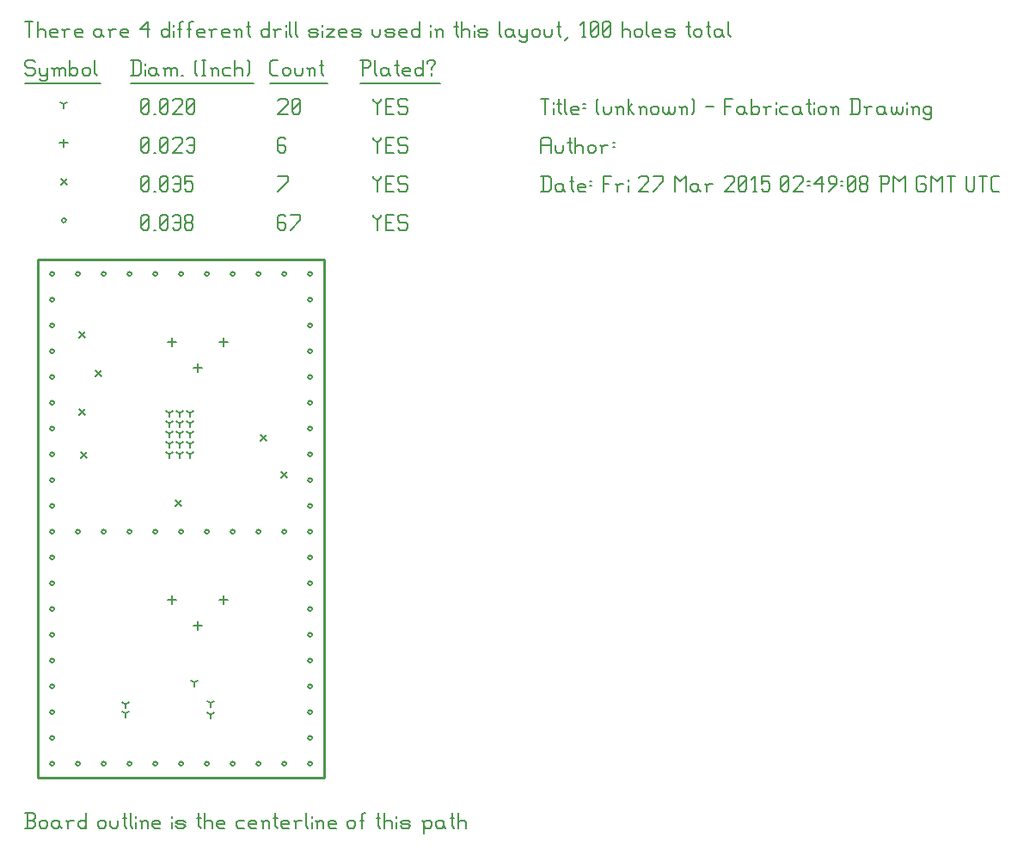
<source format=gbr>
G04 start of page 12 for group -3984 idx -3984 *
G04 Title: (unknown), fab *
G04 Creator: pcb 20140316 *
G04 CreationDate: Fri 27 Mar 2015 02:49:08 PM GMT UTC *
G04 For: fosse *
G04 Format: Gerber/RS-274X *
G04 PCB-Dimensions (mil): 1250.00 2150.00 *
G04 PCB-Coordinate-Origin: lower left *
%MOIN*%
%FSLAX25Y25*%
%LNFAB*%
%ADD88C,0.0100*%
%ADD87C,0.0060*%
%ADD86R,0.0080X0.0080*%
G54D86*X9700Y205500D02*G75*G03X11300Y205500I800J0D01*G01*
G75*G03X9700Y205500I-800J0D01*G01*
Y195500D02*G75*G03X11300Y195500I800J0D01*G01*
G75*G03X9700Y195500I-800J0D01*G01*
Y185500D02*G75*G03X11300Y185500I800J0D01*G01*
G75*G03X9700Y185500I-800J0D01*G01*
Y175500D02*G75*G03X11300Y175500I800J0D01*G01*
G75*G03X9700Y175500I-800J0D01*G01*
Y165500D02*G75*G03X11300Y165500I800J0D01*G01*
G75*G03X9700Y165500I-800J0D01*G01*
Y155500D02*G75*G03X11300Y155500I800J0D01*G01*
G75*G03X9700Y155500I-800J0D01*G01*
Y145500D02*G75*G03X11300Y145500I800J0D01*G01*
G75*G03X9700Y145500I-800J0D01*G01*
Y135500D02*G75*G03X11300Y135500I800J0D01*G01*
G75*G03X9700Y135500I-800J0D01*G01*
Y125500D02*G75*G03X11300Y125500I800J0D01*G01*
G75*G03X9700Y125500I-800J0D01*G01*
Y115500D02*G75*G03X11300Y115500I800J0D01*G01*
G75*G03X9700Y115500I-800J0D01*G01*
Y105500D02*G75*G03X11300Y105500I800J0D01*G01*
G75*G03X9700Y105500I-800J0D01*G01*
Y95500D02*G75*G03X11300Y95500I800J0D01*G01*
G75*G03X9700Y95500I-800J0D01*G01*
Y85500D02*G75*G03X11300Y85500I800J0D01*G01*
G75*G03X9700Y85500I-800J0D01*G01*
Y75500D02*G75*G03X11300Y75500I800J0D01*G01*
G75*G03X9700Y75500I-800J0D01*G01*
Y65500D02*G75*G03X11300Y65500I800J0D01*G01*
G75*G03X9700Y65500I-800J0D01*G01*
Y55500D02*G75*G03X11300Y55500I800J0D01*G01*
G75*G03X9700Y55500I-800J0D01*G01*
Y45500D02*G75*G03X11300Y45500I800J0D01*G01*
G75*G03X9700Y45500I-800J0D01*G01*
Y35500D02*G75*G03X11300Y35500I800J0D01*G01*
G75*G03X9700Y35500I-800J0D01*G01*
Y25500D02*G75*G03X11300Y25500I800J0D01*G01*
G75*G03X9700Y25500I-800J0D01*G01*
Y15500D02*G75*G03X11300Y15500I800J0D01*G01*
G75*G03X9700Y15500I-800J0D01*G01*
X109700Y205500D02*G75*G03X111300Y205500I800J0D01*G01*
G75*G03X109700Y205500I-800J0D01*G01*
Y195500D02*G75*G03X111300Y195500I800J0D01*G01*
G75*G03X109700Y195500I-800J0D01*G01*
Y185500D02*G75*G03X111300Y185500I800J0D01*G01*
G75*G03X109700Y185500I-800J0D01*G01*
Y175500D02*G75*G03X111300Y175500I800J0D01*G01*
G75*G03X109700Y175500I-800J0D01*G01*
Y165500D02*G75*G03X111300Y165500I800J0D01*G01*
G75*G03X109700Y165500I-800J0D01*G01*
Y155500D02*G75*G03X111300Y155500I800J0D01*G01*
G75*G03X109700Y155500I-800J0D01*G01*
Y145500D02*G75*G03X111300Y145500I800J0D01*G01*
G75*G03X109700Y145500I-800J0D01*G01*
Y135500D02*G75*G03X111300Y135500I800J0D01*G01*
G75*G03X109700Y135500I-800J0D01*G01*
Y125500D02*G75*G03X111300Y125500I800J0D01*G01*
G75*G03X109700Y125500I-800J0D01*G01*
Y115500D02*G75*G03X111300Y115500I800J0D01*G01*
G75*G03X109700Y115500I-800J0D01*G01*
Y105500D02*G75*G03X111300Y105500I800J0D01*G01*
G75*G03X109700Y105500I-800J0D01*G01*
Y95500D02*G75*G03X111300Y95500I800J0D01*G01*
G75*G03X109700Y95500I-800J0D01*G01*
Y85500D02*G75*G03X111300Y85500I800J0D01*G01*
G75*G03X109700Y85500I-800J0D01*G01*
Y75500D02*G75*G03X111300Y75500I800J0D01*G01*
G75*G03X109700Y75500I-800J0D01*G01*
Y65500D02*G75*G03X111300Y65500I800J0D01*G01*
G75*G03X109700Y65500I-800J0D01*G01*
Y55500D02*G75*G03X111300Y55500I800J0D01*G01*
G75*G03X109700Y55500I-800J0D01*G01*
Y45500D02*G75*G03X111300Y45500I800J0D01*G01*
G75*G03X109700Y45500I-800J0D01*G01*
Y35500D02*G75*G03X111300Y35500I800J0D01*G01*
G75*G03X109700Y35500I-800J0D01*G01*
Y25500D02*G75*G03X111300Y25500I800J0D01*G01*
G75*G03X109700Y25500I-800J0D01*G01*
Y15500D02*G75*G03X111300Y15500I800J0D01*G01*
G75*G03X109700Y15500I-800J0D01*G01*
X19700D02*G75*G03X21300Y15500I800J0D01*G01*
G75*G03X19700Y15500I-800J0D01*G01*
X29700D02*G75*G03X31300Y15500I800J0D01*G01*
G75*G03X29700Y15500I-800J0D01*G01*
X39700D02*G75*G03X41300Y15500I800J0D01*G01*
G75*G03X39700Y15500I-800J0D01*G01*
X49700D02*G75*G03X51300Y15500I800J0D01*G01*
G75*G03X49700Y15500I-800J0D01*G01*
X59700D02*G75*G03X61300Y15500I800J0D01*G01*
G75*G03X59700Y15500I-800J0D01*G01*
X69700D02*G75*G03X71300Y15500I800J0D01*G01*
G75*G03X69700Y15500I-800J0D01*G01*
X79700D02*G75*G03X81300Y15500I800J0D01*G01*
G75*G03X79700Y15500I-800J0D01*G01*
X89700D02*G75*G03X91300Y15500I800J0D01*G01*
G75*G03X89700Y15500I-800J0D01*G01*
X99700D02*G75*G03X101300Y15500I800J0D01*G01*
G75*G03X99700Y15500I-800J0D01*G01*
X19700Y105500D02*G75*G03X21300Y105500I800J0D01*G01*
G75*G03X19700Y105500I-800J0D01*G01*
X29700D02*G75*G03X31300Y105500I800J0D01*G01*
G75*G03X29700Y105500I-800J0D01*G01*
X39700D02*G75*G03X41300Y105500I800J0D01*G01*
G75*G03X39700Y105500I-800J0D01*G01*
X49700D02*G75*G03X51300Y105500I800J0D01*G01*
G75*G03X49700Y105500I-800J0D01*G01*
X59700D02*G75*G03X61300Y105500I800J0D01*G01*
G75*G03X59700Y105500I-800J0D01*G01*
X69700D02*G75*G03X71300Y105500I800J0D01*G01*
G75*G03X69700Y105500I-800J0D01*G01*
X79700D02*G75*G03X81300Y105500I800J0D01*G01*
G75*G03X79700Y105500I-800J0D01*G01*
X89700D02*G75*G03X91300Y105500I800J0D01*G01*
G75*G03X89700Y105500I-800J0D01*G01*
X99700D02*G75*G03X101300Y105500I800J0D01*G01*
G75*G03X99700Y105500I-800J0D01*G01*
X19700Y205500D02*G75*G03X21300Y205500I800J0D01*G01*
G75*G03X19700Y205500I-800J0D01*G01*
X29700D02*G75*G03X31300Y205500I800J0D01*G01*
G75*G03X29700Y205500I-800J0D01*G01*
X39700D02*G75*G03X41300Y205500I800J0D01*G01*
G75*G03X39700Y205500I-800J0D01*G01*
X49700D02*G75*G03X51300Y205500I800J0D01*G01*
G75*G03X49700Y205500I-800J0D01*G01*
X59700D02*G75*G03X61300Y205500I800J0D01*G01*
G75*G03X59700Y205500I-800J0D01*G01*
X69700D02*G75*G03X71300Y205500I800J0D01*G01*
G75*G03X69700Y205500I-800J0D01*G01*
X79700D02*G75*G03X81300Y205500I800J0D01*G01*
G75*G03X79700Y205500I-800J0D01*G01*
X89700D02*G75*G03X91300Y205500I800J0D01*G01*
G75*G03X89700Y205500I-800J0D01*G01*
X99700D02*G75*G03X101300Y205500I800J0D01*G01*
G75*G03X99700Y205500I-800J0D01*G01*
X14200Y226250D02*G75*G03X15800Y226250I800J0D01*G01*
G75*G03X14200Y226250I-800J0D01*G01*
G54D87*X135000Y228500D02*Y227750D01*
X136500Y226250D01*
X138000Y227750D01*
Y228500D02*Y227750D01*
X136500Y226250D02*Y222500D01*
X139800Y225500D02*X142050D01*
X139800Y222500D02*X142800D01*
X139800Y228500D02*Y222500D01*
Y228500D02*X142800D01*
X147600D02*X148350Y227750D01*
X145350Y228500D02*X147600D01*
X144600Y227750D02*X145350Y228500D01*
X144600Y227750D02*Y226250D01*
X145350Y225500D01*
X147600D01*
X148350Y224750D01*
Y223250D01*
X147600Y222500D02*X148350Y223250D01*
X145350Y222500D02*X147600D01*
X144600Y223250D02*X145350Y222500D01*
X100250Y228500D02*X101000Y227750D01*
X98750Y228500D02*X100250D01*
X98000Y227750D02*X98750Y228500D01*
X98000Y227750D02*Y223250D01*
X98750Y222500D01*
X100250Y225500D02*X101000Y224750D01*
X98000Y225500D02*X100250D01*
X98750Y222500D02*X100250D01*
X101000Y223250D01*
Y224750D02*Y223250D01*
X102800Y222500D02*X106550Y226250D01*
Y228500D02*Y226250D01*
X102800Y228500D02*X106550D01*
X45000Y223250D02*X45750Y222500D01*
X45000Y227750D02*Y223250D01*
Y227750D02*X45750Y228500D01*
X47250D01*
X48000Y227750D01*
Y223250D01*
X47250Y222500D02*X48000Y223250D01*
X45750Y222500D02*X47250D01*
X45000Y224000D02*X48000Y227000D01*
X49800Y222500D02*X50550D01*
X52350Y223250D02*X53100Y222500D01*
X52350Y227750D02*Y223250D01*
Y227750D02*X53100Y228500D01*
X54600D01*
X55350Y227750D01*
Y223250D01*
X54600Y222500D02*X55350Y223250D01*
X53100Y222500D02*X54600D01*
X52350Y224000D02*X55350Y227000D01*
X57150Y227750D02*X57900Y228500D01*
X59400D01*
X60150Y227750D01*
Y223250D01*
X59400Y222500D02*X60150Y223250D01*
X57900Y222500D02*X59400D01*
X57150Y223250D02*X57900Y222500D01*
Y225500D02*X60150D01*
X61950Y223250D02*X62700Y222500D01*
X61950Y224750D02*Y223250D01*
Y224750D02*X62700Y225500D01*
X64200D01*
X64950Y224750D01*
Y223250D01*
X64200Y222500D02*X64950Y223250D01*
X62700Y222500D02*X64200D01*
X61950Y226250D02*X62700Y225500D01*
X61950Y227750D02*Y226250D01*
Y227750D02*X62700Y228500D01*
X64200D01*
X64950Y227750D01*
Y226250D01*
X64200Y225500D02*X64950Y226250D01*
X20800Y153200D02*X23200Y150800D01*
X20800D02*X23200Y153200D01*
X20800Y183200D02*X23200Y180800D01*
X20800D02*X23200Y183200D01*
X58300Y117700D02*X60700Y115300D01*
X58300D02*X60700Y117700D01*
X21550Y136450D02*X23950Y134050D01*
X21550D02*X23950Y136450D01*
X99300Y128700D02*X101700Y126300D01*
X99300D02*X101700Y128700D01*
X27300Y168200D02*X29700Y165800D01*
X27300D02*X29700Y168200D01*
X91300Y143200D02*X93700Y140800D01*
X91300D02*X93700Y143200D01*
X13800Y242450D02*X16200Y240050D01*
X13800D02*X16200Y242450D01*
X135000Y243500D02*Y242750D01*
X136500Y241250D01*
X138000Y242750D01*
Y243500D02*Y242750D01*
X136500Y241250D02*Y237500D01*
X139800Y240500D02*X142050D01*
X139800Y237500D02*X142800D01*
X139800Y243500D02*Y237500D01*
Y243500D02*X142800D01*
X147600D02*X148350Y242750D01*
X145350Y243500D02*X147600D01*
X144600Y242750D02*X145350Y243500D01*
X144600Y242750D02*Y241250D01*
X145350Y240500D01*
X147600D01*
X148350Y239750D01*
Y238250D01*
X147600Y237500D02*X148350Y238250D01*
X145350Y237500D02*X147600D01*
X144600Y238250D02*X145350Y237500D01*
X98000D02*X101750Y241250D01*
Y243500D02*Y241250D01*
X98000Y243500D02*X101750D01*
X45000Y238250D02*X45750Y237500D01*
X45000Y242750D02*Y238250D01*
Y242750D02*X45750Y243500D01*
X47250D01*
X48000Y242750D01*
Y238250D01*
X47250Y237500D02*X48000Y238250D01*
X45750Y237500D02*X47250D01*
X45000Y239000D02*X48000Y242000D01*
X49800Y237500D02*X50550D01*
X52350Y238250D02*X53100Y237500D01*
X52350Y242750D02*Y238250D01*
Y242750D02*X53100Y243500D01*
X54600D01*
X55350Y242750D01*
Y238250D01*
X54600Y237500D02*X55350Y238250D01*
X53100Y237500D02*X54600D01*
X52350Y239000D02*X55350Y242000D01*
X57150Y242750D02*X57900Y243500D01*
X59400D01*
X60150Y242750D01*
Y238250D01*
X59400Y237500D02*X60150Y238250D01*
X57900Y237500D02*X59400D01*
X57150Y238250D02*X57900Y237500D01*
Y240500D02*X60150D01*
X61950Y243500D02*X64950D01*
X61950D02*Y240500D01*
X62700Y241250D01*
X64200D01*
X64950Y240500D01*
Y238250D01*
X64200Y237500D02*X64950Y238250D01*
X62700Y237500D02*X64200D01*
X61950Y238250D02*X62700Y237500D01*
X57000Y80600D02*Y77400D01*
X55400Y79000D02*X58600D01*
X77000Y80600D02*Y77400D01*
X75400Y79000D02*X78600D01*
X67000Y70600D02*Y67400D01*
X65400Y69000D02*X68600D01*
X57000Y180600D02*Y177400D01*
X55400Y179000D02*X58600D01*
X77000Y180600D02*Y177400D01*
X75400Y179000D02*X78600D01*
X67000Y170600D02*Y167400D01*
X65400Y169000D02*X68600D01*
X15000Y257850D02*Y254650D01*
X13400Y256250D02*X16600D01*
X135000Y258500D02*Y257750D01*
X136500Y256250D01*
X138000Y257750D01*
Y258500D02*Y257750D01*
X136500Y256250D02*Y252500D01*
X139800Y255500D02*X142050D01*
X139800Y252500D02*X142800D01*
X139800Y258500D02*Y252500D01*
Y258500D02*X142800D01*
X147600D02*X148350Y257750D01*
X145350Y258500D02*X147600D01*
X144600Y257750D02*X145350Y258500D01*
X144600Y257750D02*Y256250D01*
X145350Y255500D01*
X147600D01*
X148350Y254750D01*
Y253250D01*
X147600Y252500D02*X148350Y253250D01*
X145350Y252500D02*X147600D01*
X144600Y253250D02*X145350Y252500D01*
X100250Y258500D02*X101000Y257750D01*
X98750Y258500D02*X100250D01*
X98000Y257750D02*X98750Y258500D01*
X98000Y257750D02*Y253250D01*
X98750Y252500D01*
X100250Y255500D02*X101000Y254750D01*
X98000Y255500D02*X100250D01*
X98750Y252500D02*X100250D01*
X101000Y253250D01*
Y254750D02*Y253250D01*
X45000D02*X45750Y252500D01*
X45000Y257750D02*Y253250D01*
Y257750D02*X45750Y258500D01*
X47250D01*
X48000Y257750D01*
Y253250D01*
X47250Y252500D02*X48000Y253250D01*
X45750Y252500D02*X47250D01*
X45000Y254000D02*X48000Y257000D01*
X49800Y252500D02*X50550D01*
X52350Y253250D02*X53100Y252500D01*
X52350Y257750D02*Y253250D01*
Y257750D02*X53100Y258500D01*
X54600D01*
X55350Y257750D01*
Y253250D01*
X54600Y252500D02*X55350Y253250D01*
X53100Y252500D02*X54600D01*
X52350Y254000D02*X55350Y257000D01*
X57150Y257750D02*X57900Y258500D01*
X60150D01*
X60900Y257750D01*
Y256250D01*
X57150Y252500D02*X60900Y256250D01*
X57150Y252500D02*X60900D01*
X62700Y257750D02*X63450Y258500D01*
X64950D01*
X65700Y257750D01*
Y253250D01*
X64950Y252500D02*X65700Y253250D01*
X63450Y252500D02*X64950D01*
X62700Y253250D02*X63450Y252500D01*
Y255500D02*X65700D01*
X64000Y151500D02*Y149900D01*
Y151500D02*X65387Y152300D01*
X64000Y151500D02*X62613Y152300D01*
X60000Y151500D02*Y149900D01*
Y151500D02*X61387Y152300D01*
X60000Y151500D02*X58613Y152300D01*
X56000Y151500D02*Y149900D01*
Y151500D02*X57387Y152300D01*
X56000Y151500D02*X54613Y152300D01*
X56000Y147500D02*Y145900D01*
Y147500D02*X57387Y148300D01*
X56000Y147500D02*X54613Y148300D01*
X60000Y147500D02*Y145900D01*
Y147500D02*X61387Y148300D01*
X60000Y147500D02*X58613Y148300D01*
X64000Y147500D02*Y145900D01*
Y147500D02*X65387Y148300D01*
X64000Y147500D02*X62613Y148300D01*
X64000Y143500D02*Y141900D01*
Y143500D02*X65387Y144300D01*
X64000Y143500D02*X62613Y144300D01*
X60000Y143500D02*Y141900D01*
Y143500D02*X61387Y144300D01*
X60000Y143500D02*X58613Y144300D01*
X56000Y143500D02*Y141900D01*
Y143500D02*X57387Y144300D01*
X56000Y143500D02*X54613Y144300D01*
X56000Y139500D02*Y137900D01*
Y139500D02*X57387Y140300D01*
X56000Y139500D02*X54613Y140300D01*
X60000Y139500D02*Y137900D01*
Y139500D02*X61387Y140300D01*
X60000Y139500D02*X58613Y140300D01*
X64000Y139500D02*Y137900D01*
Y139500D02*X65387Y140300D01*
X64000Y139500D02*X62613Y140300D01*
X64000Y135500D02*Y133900D01*
Y135500D02*X65387Y136300D01*
X64000Y135500D02*X62613Y136300D01*
X60000Y135500D02*Y133900D01*
Y135500D02*X61387Y136300D01*
X60000Y135500D02*X58613Y136300D01*
X56000Y135500D02*Y133900D01*
Y135500D02*X57387Y136300D01*
X56000Y135500D02*X54613Y136300D01*
X72000Y39000D02*Y37400D01*
Y39000D02*X73387Y39800D01*
X72000Y39000D02*X70613Y39800D01*
X39000Y35000D02*Y33400D01*
Y35000D02*X40387Y35800D01*
X39000Y35000D02*X37613Y35800D01*
X39000Y38500D02*Y36900D01*
Y38500D02*X40387Y39300D01*
X39000Y38500D02*X37613Y39300D01*
X72000Y34500D02*Y32900D01*
Y34500D02*X73387Y35300D01*
X72000Y34500D02*X70613Y35300D01*
X65500Y47000D02*Y45400D01*
Y47000D02*X66887Y47800D01*
X65500Y47000D02*X64113Y47800D01*
X15000Y271250D02*Y269650D01*
Y271250D02*X16387Y272050D01*
X15000Y271250D02*X13613Y272050D01*
X135000Y273500D02*Y272750D01*
X136500Y271250D01*
X138000Y272750D01*
Y273500D02*Y272750D01*
X136500Y271250D02*Y267500D01*
X139800Y270500D02*X142050D01*
X139800Y267500D02*X142800D01*
X139800Y273500D02*Y267500D01*
Y273500D02*X142800D01*
X147600D02*X148350Y272750D01*
X145350Y273500D02*X147600D01*
X144600Y272750D02*X145350Y273500D01*
X144600Y272750D02*Y271250D01*
X145350Y270500D01*
X147600D01*
X148350Y269750D01*
Y268250D01*
X147600Y267500D02*X148350Y268250D01*
X145350Y267500D02*X147600D01*
X144600Y268250D02*X145350Y267500D01*
X98000Y272750D02*X98750Y273500D01*
X101000D01*
X101750Y272750D01*
Y271250D01*
X98000Y267500D02*X101750Y271250D01*
X98000Y267500D02*X101750D01*
X103550Y268250D02*X104300Y267500D01*
X103550Y272750D02*Y268250D01*
Y272750D02*X104300Y273500D01*
X105800D01*
X106550Y272750D01*
Y268250D01*
X105800Y267500D02*X106550Y268250D01*
X104300Y267500D02*X105800D01*
X103550Y269000D02*X106550Y272000D01*
X45000Y268250D02*X45750Y267500D01*
X45000Y272750D02*Y268250D01*
Y272750D02*X45750Y273500D01*
X47250D01*
X48000Y272750D01*
Y268250D01*
X47250Y267500D02*X48000Y268250D01*
X45750Y267500D02*X47250D01*
X45000Y269000D02*X48000Y272000D01*
X49800Y267500D02*X50550D01*
X52350Y268250D02*X53100Y267500D01*
X52350Y272750D02*Y268250D01*
Y272750D02*X53100Y273500D01*
X54600D01*
X55350Y272750D01*
Y268250D01*
X54600Y267500D02*X55350Y268250D01*
X53100Y267500D02*X54600D01*
X52350Y269000D02*X55350Y272000D01*
X57150Y272750D02*X57900Y273500D01*
X60150D01*
X60900Y272750D01*
Y271250D01*
X57150Y267500D02*X60900Y271250D01*
X57150Y267500D02*X60900D01*
X62700Y268250D02*X63450Y267500D01*
X62700Y272750D02*Y268250D01*
Y272750D02*X63450Y273500D01*
X64950D01*
X65700Y272750D01*
Y268250D01*
X64950Y267500D02*X65700Y268250D01*
X63450Y267500D02*X64950D01*
X62700Y269000D02*X65700Y272000D01*
X3000Y288500D02*X3750Y287750D01*
X750Y288500D02*X3000D01*
X0Y287750D02*X750Y288500D01*
X0Y287750D02*Y286250D01*
X750Y285500D01*
X3000D01*
X3750Y284750D01*
Y283250D01*
X3000Y282500D02*X3750Y283250D01*
X750Y282500D02*X3000D01*
X0Y283250D02*X750Y282500D01*
X5550Y285500D02*Y283250D01*
X6300Y282500D01*
X8550Y285500D02*Y281000D01*
X7800Y280250D02*X8550Y281000D01*
X6300Y280250D02*X7800D01*
X5550Y281000D02*X6300Y280250D01*
Y282500D02*X7800D01*
X8550Y283250D01*
X11100Y284750D02*Y282500D01*
Y284750D02*X11850Y285500D01*
X12600D01*
X13350Y284750D01*
Y282500D01*
Y284750D02*X14100Y285500D01*
X14850D01*
X15600Y284750D01*
Y282500D01*
X10350Y285500D02*X11100Y284750D01*
X17400Y288500D02*Y282500D01*
Y283250D02*X18150Y282500D01*
X19650D01*
X20400Y283250D01*
Y284750D02*Y283250D01*
X19650Y285500D02*X20400Y284750D01*
X18150Y285500D02*X19650D01*
X17400Y284750D02*X18150Y285500D01*
X22200Y284750D02*Y283250D01*
Y284750D02*X22950Y285500D01*
X24450D01*
X25200Y284750D01*
Y283250D01*
X24450Y282500D02*X25200Y283250D01*
X22950Y282500D02*X24450D01*
X22200Y283250D02*X22950Y282500D01*
X27000Y288500D02*Y283250D01*
X27750Y282500D01*
X0Y279250D02*X29250D01*
X41750Y288500D02*Y282500D01*
X44000Y288500D02*X44750Y287750D01*
Y283250D01*
X44000Y282500D02*X44750Y283250D01*
X41000Y282500D02*X44000D01*
X41000Y288500D02*X44000D01*
X46550Y287000D02*Y286250D01*
Y284750D02*Y282500D01*
X50300Y285500D02*X51050Y284750D01*
X48800Y285500D02*X50300D01*
X48050Y284750D02*X48800Y285500D01*
X48050Y284750D02*Y283250D01*
X48800Y282500D01*
X51050Y285500D02*Y283250D01*
X51800Y282500D01*
X48800D02*X50300D01*
X51050Y283250D01*
X54350Y284750D02*Y282500D01*
Y284750D02*X55100Y285500D01*
X55850D01*
X56600Y284750D01*
Y282500D01*
Y284750D02*X57350Y285500D01*
X58100D01*
X58850Y284750D01*
Y282500D01*
X53600Y285500D02*X54350Y284750D01*
X60650Y282500D02*X61400D01*
X65900Y283250D02*X66650Y282500D01*
X65900Y287750D02*X66650Y288500D01*
X65900Y287750D02*Y283250D01*
X68450Y288500D02*X69950D01*
X69200D02*Y282500D01*
X68450D02*X69950D01*
X72500Y284750D02*Y282500D01*
Y284750D02*X73250Y285500D01*
X74000D01*
X74750Y284750D01*
Y282500D01*
X71750Y285500D02*X72500Y284750D01*
X77300Y285500D02*X79550D01*
X76550Y284750D02*X77300Y285500D01*
X76550Y284750D02*Y283250D01*
X77300Y282500D01*
X79550D01*
X81350Y288500D02*Y282500D01*
Y284750D02*X82100Y285500D01*
X83600D01*
X84350Y284750D01*
Y282500D01*
X86150Y288500D02*X86900Y287750D01*
Y283250D01*
X86150Y282500D02*X86900Y283250D01*
X41000Y279250D02*X88700D01*
X95750Y282500D02*X98000D01*
X95000Y283250D02*X95750Y282500D01*
X95000Y287750D02*Y283250D01*
Y287750D02*X95750Y288500D01*
X98000D01*
X99800Y284750D02*Y283250D01*
Y284750D02*X100550Y285500D01*
X102050D01*
X102800Y284750D01*
Y283250D01*
X102050Y282500D02*X102800Y283250D01*
X100550Y282500D02*X102050D01*
X99800Y283250D02*X100550Y282500D01*
X104600Y285500D02*Y283250D01*
X105350Y282500D01*
X106850D01*
X107600Y283250D01*
Y285500D02*Y283250D01*
X110150Y284750D02*Y282500D01*
Y284750D02*X110900Y285500D01*
X111650D01*
X112400Y284750D01*
Y282500D01*
X109400Y285500D02*X110150Y284750D01*
X114950Y288500D02*Y283250D01*
X115700Y282500D01*
X114200Y286250D02*X115700D01*
X95000Y279250D02*X117200D01*
X130750Y288500D02*Y282500D01*
X130000Y288500D02*X133000D01*
X133750Y287750D01*
Y286250D01*
X133000Y285500D02*X133750Y286250D01*
X130750Y285500D02*X133000D01*
X135550Y288500D02*Y283250D01*
X136300Y282500D01*
X140050Y285500D02*X140800Y284750D01*
X138550Y285500D02*X140050D01*
X137800Y284750D02*X138550Y285500D01*
X137800Y284750D02*Y283250D01*
X138550Y282500D01*
X140800Y285500D02*Y283250D01*
X141550Y282500D01*
X138550D02*X140050D01*
X140800Y283250D01*
X144100Y288500D02*Y283250D01*
X144850Y282500D01*
X143350Y286250D02*X144850D01*
X147100Y282500D02*X149350D01*
X146350Y283250D02*X147100Y282500D01*
X146350Y284750D02*Y283250D01*
Y284750D02*X147100Y285500D01*
X148600D01*
X149350Y284750D01*
X146350Y284000D02*X149350D01*
Y284750D02*Y284000D01*
X154150Y288500D02*Y282500D01*
X153400D02*X154150Y283250D01*
X151900Y282500D02*X153400D01*
X151150Y283250D02*X151900Y282500D01*
X151150Y284750D02*Y283250D01*
Y284750D02*X151900Y285500D01*
X153400D01*
X154150Y284750D01*
X157450Y285500D02*Y284750D01*
Y283250D02*Y282500D01*
X155950Y287750D02*Y287000D01*
Y287750D02*X156700Y288500D01*
X158200D01*
X158950Y287750D01*
Y287000D01*
X157450Y285500D02*X158950Y287000D01*
X130000Y279250D02*X160750D01*
X0Y303500D02*X3000D01*
X1500D02*Y297500D01*
X4800Y303500D02*Y297500D01*
Y299750D02*X5550Y300500D01*
X7050D01*
X7800Y299750D01*
Y297500D01*
X10350D02*X12600D01*
X9600Y298250D02*X10350Y297500D01*
X9600Y299750D02*Y298250D01*
Y299750D02*X10350Y300500D01*
X11850D01*
X12600Y299750D01*
X9600Y299000D02*X12600D01*
Y299750D02*Y299000D01*
X15150Y299750D02*Y297500D01*
Y299750D02*X15900Y300500D01*
X17400D01*
X14400D02*X15150Y299750D01*
X19950Y297500D02*X22200D01*
X19200Y298250D02*X19950Y297500D01*
X19200Y299750D02*Y298250D01*
Y299750D02*X19950Y300500D01*
X21450D01*
X22200Y299750D01*
X19200Y299000D02*X22200D01*
Y299750D02*Y299000D01*
X28950Y300500D02*X29700Y299750D01*
X27450Y300500D02*X28950D01*
X26700Y299750D02*X27450Y300500D01*
X26700Y299750D02*Y298250D01*
X27450Y297500D01*
X29700Y300500D02*Y298250D01*
X30450Y297500D01*
X27450D02*X28950D01*
X29700Y298250D01*
X33000Y299750D02*Y297500D01*
Y299750D02*X33750Y300500D01*
X35250D01*
X32250D02*X33000Y299750D01*
X37800Y297500D02*X40050D01*
X37050Y298250D02*X37800Y297500D01*
X37050Y299750D02*Y298250D01*
Y299750D02*X37800Y300500D01*
X39300D01*
X40050Y299750D01*
X37050Y299000D02*X40050D01*
Y299750D02*Y299000D01*
X44550Y300500D02*X47550Y303500D01*
X44550Y300500D02*X48300D01*
X47550Y303500D02*Y297500D01*
X55800Y303500D02*Y297500D01*
X55050D02*X55800Y298250D01*
X53550Y297500D02*X55050D01*
X52800Y298250D02*X53550Y297500D01*
X52800Y299750D02*Y298250D01*
Y299750D02*X53550Y300500D01*
X55050D01*
X55800Y299750D01*
X57600Y302000D02*Y301250D01*
Y299750D02*Y297500D01*
X59850Y302750D02*Y297500D01*
Y302750D02*X60600Y303500D01*
X61350D01*
X59100Y300500D02*X60600D01*
X63600Y302750D02*Y297500D01*
Y302750D02*X64350Y303500D01*
X65100D01*
X62850Y300500D02*X64350D01*
X67350Y297500D02*X69600D01*
X66600Y298250D02*X67350Y297500D01*
X66600Y299750D02*Y298250D01*
Y299750D02*X67350Y300500D01*
X68850D01*
X69600Y299750D01*
X66600Y299000D02*X69600D01*
Y299750D02*Y299000D01*
X72150Y299750D02*Y297500D01*
Y299750D02*X72900Y300500D01*
X74400D01*
X71400D02*X72150Y299750D01*
X76950Y297500D02*X79200D01*
X76200Y298250D02*X76950Y297500D01*
X76200Y299750D02*Y298250D01*
Y299750D02*X76950Y300500D01*
X78450D01*
X79200Y299750D01*
X76200Y299000D02*X79200D01*
Y299750D02*Y299000D01*
X81750Y299750D02*Y297500D01*
Y299750D02*X82500Y300500D01*
X83250D01*
X84000Y299750D01*
Y297500D01*
X81000Y300500D02*X81750Y299750D01*
X86550Y303500D02*Y298250D01*
X87300Y297500D01*
X85800Y301250D02*X87300D01*
X94500Y303500D02*Y297500D01*
X93750D02*X94500Y298250D01*
X92250Y297500D02*X93750D01*
X91500Y298250D02*X92250Y297500D01*
X91500Y299750D02*Y298250D01*
Y299750D02*X92250Y300500D01*
X93750D01*
X94500Y299750D01*
X97050D02*Y297500D01*
Y299750D02*X97800Y300500D01*
X99300D01*
X96300D02*X97050Y299750D01*
X101100Y302000D02*Y301250D01*
Y299750D02*Y297500D01*
X102600Y303500D02*Y298250D01*
X103350Y297500D01*
X104850Y303500D02*Y298250D01*
X105600Y297500D01*
X110550D02*X112800D01*
X113550Y298250D01*
X112800Y299000D02*X113550Y298250D01*
X110550Y299000D02*X112800D01*
X109800Y299750D02*X110550Y299000D01*
X109800Y299750D02*X110550Y300500D01*
X112800D01*
X113550Y299750D01*
X109800Y298250D02*X110550Y297500D01*
X115350Y302000D02*Y301250D01*
Y299750D02*Y297500D01*
X116850Y300500D02*X119850D01*
X116850Y297500D02*X119850Y300500D01*
X116850Y297500D02*X119850D01*
X122400D02*X124650D01*
X121650Y298250D02*X122400Y297500D01*
X121650Y299750D02*Y298250D01*
Y299750D02*X122400Y300500D01*
X123900D01*
X124650Y299750D01*
X121650Y299000D02*X124650D01*
Y299750D02*Y299000D01*
X127200Y297500D02*X129450D01*
X130200Y298250D01*
X129450Y299000D02*X130200Y298250D01*
X127200Y299000D02*X129450D01*
X126450Y299750D02*X127200Y299000D01*
X126450Y299750D02*X127200Y300500D01*
X129450D01*
X130200Y299750D01*
X126450Y298250D02*X127200Y297500D01*
X134700Y300500D02*Y298250D01*
X135450Y297500D01*
X136950D01*
X137700Y298250D01*
Y300500D02*Y298250D01*
X140250Y297500D02*X142500D01*
X143250Y298250D01*
X142500Y299000D02*X143250Y298250D01*
X140250Y299000D02*X142500D01*
X139500Y299750D02*X140250Y299000D01*
X139500Y299750D02*X140250Y300500D01*
X142500D01*
X143250Y299750D01*
X139500Y298250D02*X140250Y297500D01*
X145800D02*X148050D01*
X145050Y298250D02*X145800Y297500D01*
X145050Y299750D02*Y298250D01*
Y299750D02*X145800Y300500D01*
X147300D01*
X148050Y299750D01*
X145050Y299000D02*X148050D01*
Y299750D02*Y299000D01*
X152850Y303500D02*Y297500D01*
X152100D02*X152850Y298250D01*
X150600Y297500D02*X152100D01*
X149850Y298250D02*X150600Y297500D01*
X149850Y299750D02*Y298250D01*
Y299750D02*X150600Y300500D01*
X152100D01*
X152850Y299750D01*
X157350Y302000D02*Y301250D01*
Y299750D02*Y297500D01*
X159600Y299750D02*Y297500D01*
Y299750D02*X160350Y300500D01*
X161100D01*
X161850Y299750D01*
Y297500D01*
X158850Y300500D02*X159600Y299750D01*
X167100Y303500D02*Y298250D01*
X167850Y297500D01*
X166350Y301250D02*X167850D01*
X169350Y303500D02*Y297500D01*
Y299750D02*X170100Y300500D01*
X171600D01*
X172350Y299750D01*
Y297500D01*
X174150Y302000D02*Y301250D01*
Y299750D02*Y297500D01*
X176400D02*X178650D01*
X179400Y298250D01*
X178650Y299000D02*X179400Y298250D01*
X176400Y299000D02*X178650D01*
X175650Y299750D02*X176400Y299000D01*
X175650Y299750D02*X176400Y300500D01*
X178650D01*
X179400Y299750D01*
X175650Y298250D02*X176400Y297500D01*
X183900Y303500D02*Y298250D01*
X184650Y297500D01*
X188400Y300500D02*X189150Y299750D01*
X186900Y300500D02*X188400D01*
X186150Y299750D02*X186900Y300500D01*
X186150Y299750D02*Y298250D01*
X186900Y297500D01*
X189150Y300500D02*Y298250D01*
X189900Y297500D01*
X186900D02*X188400D01*
X189150Y298250D01*
X191700Y300500D02*Y298250D01*
X192450Y297500D01*
X194700Y300500D02*Y296000D01*
X193950Y295250D02*X194700Y296000D01*
X192450Y295250D02*X193950D01*
X191700Y296000D02*X192450Y295250D01*
Y297500D02*X193950D01*
X194700Y298250D01*
X196500Y299750D02*Y298250D01*
Y299750D02*X197250Y300500D01*
X198750D01*
X199500Y299750D01*
Y298250D01*
X198750Y297500D02*X199500Y298250D01*
X197250Y297500D02*X198750D01*
X196500Y298250D02*X197250Y297500D01*
X201300Y300500D02*Y298250D01*
X202050Y297500D01*
X203550D01*
X204300Y298250D01*
Y300500D02*Y298250D01*
X206850Y303500D02*Y298250D01*
X207600Y297500D01*
X206100Y301250D02*X207600D01*
X209100Y296000D02*X210600Y297500D01*
X215850D02*X217350D01*
X216600Y303500D02*Y297500D01*
X215100Y302000D02*X216600Y303500D01*
X219150Y298250D02*X219900Y297500D01*
X219150Y302750D02*Y298250D01*
Y302750D02*X219900Y303500D01*
X221400D01*
X222150Y302750D01*
Y298250D01*
X221400Y297500D02*X222150Y298250D01*
X219900Y297500D02*X221400D01*
X219150Y299000D02*X222150Y302000D01*
X223950Y298250D02*X224700Y297500D01*
X223950Y302750D02*Y298250D01*
Y302750D02*X224700Y303500D01*
X226200D01*
X226950Y302750D01*
Y298250D01*
X226200Y297500D02*X226950Y298250D01*
X224700Y297500D02*X226200D01*
X223950Y299000D02*X226950Y302000D01*
X231450Y303500D02*Y297500D01*
Y299750D02*X232200Y300500D01*
X233700D01*
X234450Y299750D01*
Y297500D01*
X236250Y299750D02*Y298250D01*
Y299750D02*X237000Y300500D01*
X238500D01*
X239250Y299750D01*
Y298250D01*
X238500Y297500D02*X239250Y298250D01*
X237000Y297500D02*X238500D01*
X236250Y298250D02*X237000Y297500D01*
X241050Y303500D02*Y298250D01*
X241800Y297500D01*
X244050D02*X246300D01*
X243300Y298250D02*X244050Y297500D01*
X243300Y299750D02*Y298250D01*
Y299750D02*X244050Y300500D01*
X245550D01*
X246300Y299750D01*
X243300Y299000D02*X246300D01*
Y299750D02*Y299000D01*
X248850Y297500D02*X251100D01*
X251850Y298250D01*
X251100Y299000D02*X251850Y298250D01*
X248850Y299000D02*X251100D01*
X248100Y299750D02*X248850Y299000D01*
X248100Y299750D02*X248850Y300500D01*
X251100D01*
X251850Y299750D01*
X248100Y298250D02*X248850Y297500D01*
X257100Y303500D02*Y298250D01*
X257850Y297500D01*
X256350Y301250D02*X257850D01*
X259350Y299750D02*Y298250D01*
Y299750D02*X260100Y300500D01*
X261600D01*
X262350Y299750D01*
Y298250D01*
X261600Y297500D02*X262350Y298250D01*
X260100Y297500D02*X261600D01*
X259350Y298250D02*X260100Y297500D01*
X264900Y303500D02*Y298250D01*
X265650Y297500D01*
X264150Y301250D02*X265650D01*
X269400Y300500D02*X270150Y299750D01*
X267900Y300500D02*X269400D01*
X267150Y299750D02*X267900Y300500D01*
X267150Y299750D02*Y298250D01*
X267900Y297500D01*
X270150Y300500D02*Y298250D01*
X270900Y297500D01*
X267900D02*X269400D01*
X270150Y298250D01*
X272700Y303500D02*Y298250D01*
X273450Y297500D01*
G54D88*X5000Y211000D02*X116000D01*
Y10000D01*
X5000D01*
Y211000D01*
G54D87*X0Y-9500D02*X3000D01*
X3750Y-8750D01*
Y-7250D02*Y-8750D01*
X3000Y-6500D02*X3750Y-7250D01*
X750Y-6500D02*X3000D01*
X750Y-3500D02*Y-9500D01*
X0Y-3500D02*X3000D01*
X3750Y-4250D01*
Y-5750D01*
X3000Y-6500D02*X3750Y-5750D01*
X5550Y-7250D02*Y-8750D01*
Y-7250D02*X6300Y-6500D01*
X7800D01*
X8550Y-7250D01*
Y-8750D01*
X7800Y-9500D02*X8550Y-8750D01*
X6300Y-9500D02*X7800D01*
X5550Y-8750D02*X6300Y-9500D01*
X12600Y-6500D02*X13350Y-7250D01*
X11100Y-6500D02*X12600D01*
X10350Y-7250D02*X11100Y-6500D01*
X10350Y-7250D02*Y-8750D01*
X11100Y-9500D01*
X13350Y-6500D02*Y-8750D01*
X14100Y-9500D01*
X11100D02*X12600D01*
X13350Y-8750D01*
X16650Y-7250D02*Y-9500D01*
Y-7250D02*X17400Y-6500D01*
X18900D01*
X15900D02*X16650Y-7250D01*
X23700Y-3500D02*Y-9500D01*
X22950D02*X23700Y-8750D01*
X21450Y-9500D02*X22950D01*
X20700Y-8750D02*X21450Y-9500D01*
X20700Y-7250D02*Y-8750D01*
Y-7250D02*X21450Y-6500D01*
X22950D01*
X23700Y-7250D01*
X28200D02*Y-8750D01*
Y-7250D02*X28950Y-6500D01*
X30450D01*
X31200Y-7250D01*
Y-8750D01*
X30450Y-9500D02*X31200Y-8750D01*
X28950Y-9500D02*X30450D01*
X28200Y-8750D02*X28950Y-9500D01*
X33000Y-6500D02*Y-8750D01*
X33750Y-9500D01*
X35250D01*
X36000Y-8750D01*
Y-6500D02*Y-8750D01*
X38550Y-3500D02*Y-8750D01*
X39300Y-9500D01*
X37800Y-5750D02*X39300D01*
X40800Y-3500D02*Y-8750D01*
X41550Y-9500D01*
X43050Y-5000D02*Y-5750D01*
Y-7250D02*Y-9500D01*
X45300Y-7250D02*Y-9500D01*
Y-7250D02*X46050Y-6500D01*
X46800D01*
X47550Y-7250D01*
Y-9500D01*
X44550Y-6500D02*X45300Y-7250D01*
X50100Y-9500D02*X52350D01*
X49350Y-8750D02*X50100Y-9500D01*
X49350Y-7250D02*Y-8750D01*
Y-7250D02*X50100Y-6500D01*
X51600D01*
X52350Y-7250D01*
X49350Y-8000D02*X52350D01*
Y-7250D02*Y-8000D01*
X56850Y-5000D02*Y-5750D01*
Y-7250D02*Y-9500D01*
X59100D02*X61350D01*
X62100Y-8750D01*
X61350Y-8000D02*X62100Y-8750D01*
X59100Y-8000D02*X61350D01*
X58350Y-7250D02*X59100Y-8000D01*
X58350Y-7250D02*X59100Y-6500D01*
X61350D01*
X62100Y-7250D01*
X58350Y-8750D02*X59100Y-9500D01*
X67350Y-3500D02*Y-8750D01*
X68100Y-9500D01*
X66600Y-5750D02*X68100D01*
X69600Y-3500D02*Y-9500D01*
Y-7250D02*X70350Y-6500D01*
X71850D01*
X72600Y-7250D01*
Y-9500D01*
X75150D02*X77400D01*
X74400Y-8750D02*X75150Y-9500D01*
X74400Y-7250D02*Y-8750D01*
Y-7250D02*X75150Y-6500D01*
X76650D01*
X77400Y-7250D01*
X74400Y-8000D02*X77400D01*
Y-7250D02*Y-8000D01*
X82650Y-6500D02*X84900D01*
X81900Y-7250D02*X82650Y-6500D01*
X81900Y-7250D02*Y-8750D01*
X82650Y-9500D01*
X84900D01*
X87450D02*X89700D01*
X86700Y-8750D02*X87450Y-9500D01*
X86700Y-7250D02*Y-8750D01*
Y-7250D02*X87450Y-6500D01*
X88950D01*
X89700Y-7250D01*
X86700Y-8000D02*X89700D01*
Y-7250D02*Y-8000D01*
X92250Y-7250D02*Y-9500D01*
Y-7250D02*X93000Y-6500D01*
X93750D01*
X94500Y-7250D01*
Y-9500D01*
X91500Y-6500D02*X92250Y-7250D01*
X97050Y-3500D02*Y-8750D01*
X97800Y-9500D01*
X96300Y-5750D02*X97800D01*
X100050Y-9500D02*X102300D01*
X99300Y-8750D02*X100050Y-9500D01*
X99300Y-7250D02*Y-8750D01*
Y-7250D02*X100050Y-6500D01*
X101550D01*
X102300Y-7250D01*
X99300Y-8000D02*X102300D01*
Y-7250D02*Y-8000D01*
X104850Y-7250D02*Y-9500D01*
Y-7250D02*X105600Y-6500D01*
X107100D01*
X104100D02*X104850Y-7250D01*
X108900Y-3500D02*Y-8750D01*
X109650Y-9500D01*
X111150Y-5000D02*Y-5750D01*
Y-7250D02*Y-9500D01*
X113400Y-7250D02*Y-9500D01*
Y-7250D02*X114150Y-6500D01*
X114900D01*
X115650Y-7250D01*
Y-9500D01*
X112650Y-6500D02*X113400Y-7250D01*
X118200Y-9500D02*X120450D01*
X117450Y-8750D02*X118200Y-9500D01*
X117450Y-7250D02*Y-8750D01*
Y-7250D02*X118200Y-6500D01*
X119700D01*
X120450Y-7250D01*
X117450Y-8000D02*X120450D01*
Y-7250D02*Y-8000D01*
X124950Y-7250D02*Y-8750D01*
Y-7250D02*X125700Y-6500D01*
X127200D01*
X127950Y-7250D01*
Y-8750D01*
X127200Y-9500D02*X127950Y-8750D01*
X125700Y-9500D02*X127200D01*
X124950Y-8750D02*X125700Y-9500D01*
X130500Y-4250D02*Y-9500D01*
Y-4250D02*X131250Y-3500D01*
X132000D01*
X129750Y-6500D02*X131250D01*
X136950Y-3500D02*Y-8750D01*
X137700Y-9500D01*
X136200Y-5750D02*X137700D01*
X139200Y-3500D02*Y-9500D01*
Y-7250D02*X139950Y-6500D01*
X141450D01*
X142200Y-7250D01*
Y-9500D01*
X144000Y-5000D02*Y-5750D01*
Y-7250D02*Y-9500D01*
X146250D02*X148500D01*
X149250Y-8750D01*
X148500Y-8000D02*X149250Y-8750D01*
X146250Y-8000D02*X148500D01*
X145500Y-7250D02*X146250Y-8000D01*
X145500Y-7250D02*X146250Y-6500D01*
X148500D01*
X149250Y-7250D01*
X145500Y-8750D02*X146250Y-9500D01*
X154500Y-7250D02*Y-11750D01*
X153750Y-6500D02*X154500Y-7250D01*
X155250Y-6500D01*
X156750D01*
X157500Y-7250D01*
Y-8750D01*
X156750Y-9500D02*X157500Y-8750D01*
X155250Y-9500D02*X156750D01*
X154500Y-8750D02*X155250Y-9500D01*
X161550Y-6500D02*X162300Y-7250D01*
X160050Y-6500D02*X161550D01*
X159300Y-7250D02*X160050Y-6500D01*
X159300Y-7250D02*Y-8750D01*
X160050Y-9500D01*
X162300Y-6500D02*Y-8750D01*
X163050Y-9500D01*
X160050D02*X161550D01*
X162300Y-8750D01*
X165600Y-3500D02*Y-8750D01*
X166350Y-9500D01*
X164850Y-5750D02*X166350D01*
X167850Y-3500D02*Y-9500D01*
Y-7250D02*X168600Y-6500D01*
X170100D01*
X170850Y-7250D01*
Y-9500D01*
X200750Y243500D02*Y237500D01*
X203000Y243500D02*X203750Y242750D01*
Y238250D01*
X203000Y237500D02*X203750Y238250D01*
X200000Y237500D02*X203000D01*
X200000Y243500D02*X203000D01*
X207800Y240500D02*X208550Y239750D01*
X206300Y240500D02*X207800D01*
X205550Y239750D02*X206300Y240500D01*
X205550Y239750D02*Y238250D01*
X206300Y237500D01*
X208550Y240500D02*Y238250D01*
X209300Y237500D01*
X206300D02*X207800D01*
X208550Y238250D01*
X211850Y243500D02*Y238250D01*
X212600Y237500D01*
X211100Y241250D02*X212600D01*
X214850Y237500D02*X217100D01*
X214100Y238250D02*X214850Y237500D01*
X214100Y239750D02*Y238250D01*
Y239750D02*X214850Y240500D01*
X216350D01*
X217100Y239750D01*
X214100Y239000D02*X217100D01*
Y239750D02*Y239000D01*
X218900Y241250D02*X219650D01*
X218900Y239750D02*X219650D01*
X224150Y243500D02*Y237500D01*
Y243500D02*X227150D01*
X224150Y240500D02*X226400D01*
X229700Y239750D02*Y237500D01*
Y239750D02*X230450Y240500D01*
X231950D01*
X228950D02*X229700Y239750D01*
X233750Y242000D02*Y241250D01*
Y239750D02*Y237500D01*
X237950Y242750D02*X238700Y243500D01*
X240950D01*
X241700Y242750D01*
Y241250D01*
X237950Y237500D02*X241700Y241250D01*
X237950Y237500D02*X241700D01*
X243500D02*X247250Y241250D01*
Y243500D02*Y241250D01*
X243500Y243500D02*X247250D01*
X251750D02*Y237500D01*
Y243500D02*X254000Y241250D01*
X256250Y243500D01*
Y237500D01*
X260300Y240500D02*X261050Y239750D01*
X258800Y240500D02*X260300D01*
X258050Y239750D02*X258800Y240500D01*
X258050Y239750D02*Y238250D01*
X258800Y237500D01*
X261050Y240500D02*Y238250D01*
X261800Y237500D01*
X258800D02*X260300D01*
X261050Y238250D01*
X264350Y239750D02*Y237500D01*
Y239750D02*X265100Y240500D01*
X266600D01*
X263600D02*X264350Y239750D01*
X271100Y242750D02*X271850Y243500D01*
X274100D01*
X274850Y242750D01*
Y241250D01*
X271100Y237500D02*X274850Y241250D01*
X271100Y237500D02*X274850D01*
X276650Y238250D02*X277400Y237500D01*
X276650Y242750D02*Y238250D01*
Y242750D02*X277400Y243500D01*
X278900D01*
X279650Y242750D01*
Y238250D01*
X278900Y237500D02*X279650Y238250D01*
X277400Y237500D02*X278900D01*
X276650Y239000D02*X279650Y242000D01*
X282200Y237500D02*X283700D01*
X282950Y243500D02*Y237500D01*
X281450Y242000D02*X282950Y243500D01*
X285500D02*X288500D01*
X285500D02*Y240500D01*
X286250Y241250D01*
X287750D01*
X288500Y240500D01*
Y238250D01*
X287750Y237500D02*X288500Y238250D01*
X286250Y237500D02*X287750D01*
X285500Y238250D02*X286250Y237500D01*
X293000Y238250D02*X293750Y237500D01*
X293000Y242750D02*Y238250D01*
Y242750D02*X293750Y243500D01*
X295250D01*
X296000Y242750D01*
Y238250D01*
X295250Y237500D02*X296000Y238250D01*
X293750Y237500D02*X295250D01*
X293000Y239000D02*X296000Y242000D01*
X297800Y242750D02*X298550Y243500D01*
X300800D01*
X301550Y242750D01*
Y241250D01*
X297800Y237500D02*X301550Y241250D01*
X297800Y237500D02*X301550D01*
X303350Y241250D02*X304100D01*
X303350Y239750D02*X304100D01*
X305900Y240500D02*X308900Y243500D01*
X305900Y240500D02*X309650D01*
X308900Y243500D02*Y237500D01*
X311450D02*X314450Y240500D01*
Y242750D02*Y240500D01*
X313700Y243500D02*X314450Y242750D01*
X312200Y243500D02*X313700D01*
X311450Y242750D02*X312200Y243500D01*
X311450Y242750D02*Y241250D01*
X312200Y240500D01*
X314450D01*
X316250Y241250D02*X317000D01*
X316250Y239750D02*X317000D01*
X318800Y238250D02*X319550Y237500D01*
X318800Y242750D02*Y238250D01*
Y242750D02*X319550Y243500D01*
X321050D01*
X321800Y242750D01*
Y238250D01*
X321050Y237500D02*X321800Y238250D01*
X319550Y237500D02*X321050D01*
X318800Y239000D02*X321800Y242000D01*
X323600Y238250D02*X324350Y237500D01*
X323600Y239750D02*Y238250D01*
Y239750D02*X324350Y240500D01*
X325850D01*
X326600Y239750D01*
Y238250D01*
X325850Y237500D02*X326600Y238250D01*
X324350Y237500D02*X325850D01*
X323600Y241250D02*X324350Y240500D01*
X323600Y242750D02*Y241250D01*
Y242750D02*X324350Y243500D01*
X325850D01*
X326600Y242750D01*
Y241250D01*
X325850Y240500D02*X326600Y241250D01*
X331850Y243500D02*Y237500D01*
X331100Y243500D02*X334100D01*
X334850Y242750D01*
Y241250D01*
X334100Y240500D02*X334850Y241250D01*
X331850Y240500D02*X334100D01*
X336650Y243500D02*Y237500D01*
Y243500D02*X338900Y241250D01*
X341150Y243500D01*
Y237500D01*
X348650Y243500D02*X349400Y242750D01*
X346400Y243500D02*X348650D01*
X345650Y242750D02*X346400Y243500D01*
X345650Y242750D02*Y238250D01*
X346400Y237500D01*
X348650D01*
X349400Y238250D01*
Y239750D02*Y238250D01*
X348650Y240500D02*X349400Y239750D01*
X347150Y240500D02*X348650D01*
X351200Y243500D02*Y237500D01*
Y243500D02*X353450Y241250D01*
X355700Y243500D01*
Y237500D01*
X357500Y243500D02*X360500D01*
X359000D02*Y237500D01*
X365000Y243500D02*Y238250D01*
X365750Y237500D01*
X367250D01*
X368000Y238250D01*
Y243500D02*Y238250D01*
X369800Y243500D02*X372800D01*
X371300D02*Y237500D01*
X375350D02*X377600D01*
X374600Y238250D02*X375350Y237500D01*
X374600Y242750D02*Y238250D01*
Y242750D02*X375350Y243500D01*
X377600D01*
X200000Y257750D02*Y252500D01*
Y257750D02*X200750Y258500D01*
X203000D01*
X203750Y257750D01*
Y252500D01*
X200000Y255500D02*X203750D01*
X205550D02*Y253250D01*
X206300Y252500D01*
X207800D01*
X208550Y253250D01*
Y255500D02*Y253250D01*
X211100Y258500D02*Y253250D01*
X211850Y252500D01*
X210350Y256250D02*X211850D01*
X213350Y258500D02*Y252500D01*
Y254750D02*X214100Y255500D01*
X215600D01*
X216350Y254750D01*
Y252500D01*
X218150Y254750D02*Y253250D01*
Y254750D02*X218900Y255500D01*
X220400D01*
X221150Y254750D01*
Y253250D01*
X220400Y252500D02*X221150Y253250D01*
X218900Y252500D02*X220400D01*
X218150Y253250D02*X218900Y252500D01*
X223700Y254750D02*Y252500D01*
Y254750D02*X224450Y255500D01*
X225950D01*
X222950D02*X223700Y254750D01*
X227750Y256250D02*X228500D01*
X227750Y254750D02*X228500D01*
X200000Y273500D02*X203000D01*
X201500D02*Y267500D01*
X204800Y272000D02*Y271250D01*
Y269750D02*Y267500D01*
X207050Y273500D02*Y268250D01*
X207800Y267500D01*
X206300Y271250D02*X207800D01*
X209300Y273500D02*Y268250D01*
X210050Y267500D01*
X212300D02*X214550D01*
X211550Y268250D02*X212300Y267500D01*
X211550Y269750D02*Y268250D01*
Y269750D02*X212300Y270500D01*
X213800D01*
X214550Y269750D01*
X211550Y269000D02*X214550D01*
Y269750D02*Y269000D01*
X216350Y271250D02*X217100D01*
X216350Y269750D02*X217100D01*
X221600Y268250D02*X222350Y267500D01*
X221600Y272750D02*X222350Y273500D01*
X221600Y272750D02*Y268250D01*
X224150Y270500D02*Y268250D01*
X224900Y267500D01*
X226400D01*
X227150Y268250D01*
Y270500D02*Y268250D01*
X229700Y269750D02*Y267500D01*
Y269750D02*X230450Y270500D01*
X231200D01*
X231950Y269750D01*
Y267500D01*
X228950Y270500D02*X229700Y269750D01*
X233750Y273500D02*Y267500D01*
Y269750D02*X236000Y267500D01*
X233750Y269750D02*X235250Y271250D01*
X238550Y269750D02*Y267500D01*
Y269750D02*X239300Y270500D01*
X240050D01*
X240800Y269750D01*
Y267500D01*
X237800Y270500D02*X238550Y269750D01*
X242600D02*Y268250D01*
Y269750D02*X243350Y270500D01*
X244850D01*
X245600Y269750D01*
Y268250D01*
X244850Y267500D02*X245600Y268250D01*
X243350Y267500D02*X244850D01*
X242600Y268250D02*X243350Y267500D01*
X247400Y270500D02*Y268250D01*
X248150Y267500D01*
X248900D01*
X249650Y268250D01*
Y270500D02*Y268250D01*
X250400Y267500D01*
X251150D01*
X251900Y268250D01*
Y270500D02*Y268250D01*
X254450Y269750D02*Y267500D01*
Y269750D02*X255200Y270500D01*
X255950D01*
X256700Y269750D01*
Y267500D01*
X253700Y270500D02*X254450Y269750D01*
X258500Y273500D02*X259250Y272750D01*
Y268250D01*
X258500Y267500D02*X259250Y268250D01*
X263750Y270500D02*X266750D01*
X271250Y273500D02*Y267500D01*
Y273500D02*X274250D01*
X271250Y270500D02*X273500D01*
X278300D02*X279050Y269750D01*
X276800Y270500D02*X278300D01*
X276050Y269750D02*X276800Y270500D01*
X276050Y269750D02*Y268250D01*
X276800Y267500D01*
X279050Y270500D02*Y268250D01*
X279800Y267500D01*
X276800D02*X278300D01*
X279050Y268250D01*
X281600Y273500D02*Y267500D01*
Y268250D02*X282350Y267500D01*
X283850D01*
X284600Y268250D01*
Y269750D02*Y268250D01*
X283850Y270500D02*X284600Y269750D01*
X282350Y270500D02*X283850D01*
X281600Y269750D02*X282350Y270500D01*
X287150Y269750D02*Y267500D01*
Y269750D02*X287900Y270500D01*
X289400D01*
X286400D02*X287150Y269750D01*
X291200Y272000D02*Y271250D01*
Y269750D02*Y267500D01*
X293450Y270500D02*X295700D01*
X292700Y269750D02*X293450Y270500D01*
X292700Y269750D02*Y268250D01*
X293450Y267500D01*
X295700D01*
X299750Y270500D02*X300500Y269750D01*
X298250Y270500D02*X299750D01*
X297500Y269750D02*X298250Y270500D01*
X297500Y269750D02*Y268250D01*
X298250Y267500D01*
X300500Y270500D02*Y268250D01*
X301250Y267500D01*
X298250D02*X299750D01*
X300500Y268250D01*
X303800Y273500D02*Y268250D01*
X304550Y267500D01*
X303050Y271250D02*X304550D01*
X306050Y272000D02*Y271250D01*
Y269750D02*Y267500D01*
X307550Y269750D02*Y268250D01*
Y269750D02*X308300Y270500D01*
X309800D01*
X310550Y269750D01*
Y268250D01*
X309800Y267500D02*X310550Y268250D01*
X308300Y267500D02*X309800D01*
X307550Y268250D02*X308300Y267500D01*
X313100Y269750D02*Y267500D01*
Y269750D02*X313850Y270500D01*
X314600D01*
X315350Y269750D01*
Y267500D01*
X312350Y270500D02*X313100Y269750D01*
X320600Y273500D02*Y267500D01*
X322850Y273500D02*X323600Y272750D01*
Y268250D01*
X322850Y267500D02*X323600Y268250D01*
X319850Y267500D02*X322850D01*
X319850Y273500D02*X322850D01*
X326150Y269750D02*Y267500D01*
Y269750D02*X326900Y270500D01*
X328400D01*
X325400D02*X326150Y269750D01*
X332450Y270500D02*X333200Y269750D01*
X330950Y270500D02*X332450D01*
X330200Y269750D02*X330950Y270500D01*
X330200Y269750D02*Y268250D01*
X330950Y267500D01*
X333200Y270500D02*Y268250D01*
X333950Y267500D01*
X330950D02*X332450D01*
X333200Y268250D01*
X335750Y270500D02*Y268250D01*
X336500Y267500D01*
X337250D01*
X338000Y268250D01*
Y270500D02*Y268250D01*
X338750Y267500D01*
X339500D01*
X340250Y268250D01*
Y270500D02*Y268250D01*
X342050Y272000D02*Y271250D01*
Y269750D02*Y267500D01*
X344300Y269750D02*Y267500D01*
Y269750D02*X345050Y270500D01*
X345800D01*
X346550Y269750D01*
Y267500D01*
X343550Y270500D02*X344300Y269750D01*
X350600Y270500D02*X351350Y269750D01*
X349100Y270500D02*X350600D01*
X348350Y269750D02*X349100Y270500D01*
X348350Y269750D02*Y268250D01*
X349100Y267500D01*
X350600D01*
X351350Y268250D01*
X348350Y266000D02*X349100Y265250D01*
X350600D01*
X351350Y266000D01*
Y270500D02*Y266000D01*
M02*

</source>
